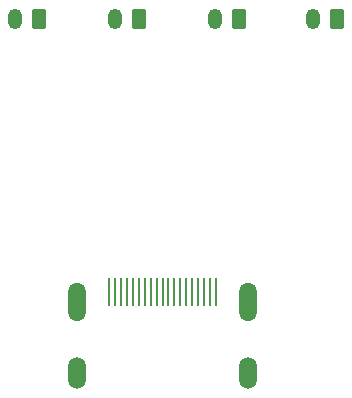
<source format=gbr>
%TF.GenerationSoftware,KiCad,Pcbnew,(6.0.6)*%
%TF.CreationDate,2022-06-22T15:59:21-06:00*%
%TF.ProjectId,21Pin_Fanout_Heater_&_Extra,32315069-6e5f-4466-916e-6f75745f4865,rev?*%
%TF.SameCoordinates,Original*%
%TF.FileFunction,Soldermask,Top*%
%TF.FilePolarity,Negative*%
%FSLAX46Y46*%
G04 Gerber Fmt 4.6, Leading zero omitted, Abs format (unit mm)*
G04 Created by KiCad (PCBNEW (6.0.6)) date 2022-06-22 15:59:21*
%MOMM*%
%LPD*%
G01*
G04 APERTURE LIST*
G04 Aperture macros list*
%AMRoundRect*
0 Rectangle with rounded corners*
0 $1 Rounding radius*
0 $2 $3 $4 $5 $6 $7 $8 $9 X,Y pos of 4 corners*
0 Add a 4 corners polygon primitive as box body*
4,1,4,$2,$3,$4,$5,$6,$7,$8,$9,$2,$3,0*
0 Add four circle primitives for the rounded corners*
1,1,$1+$1,$2,$3*
1,1,$1+$1,$4,$5*
1,1,$1+$1,$6,$7*
1,1,$1+$1,$8,$9*
0 Add four rect primitives between the rounded corners*
20,1,$1+$1,$2,$3,$4,$5,0*
20,1,$1+$1,$4,$5,$6,$7,0*
20,1,$1+$1,$6,$7,$8,$9,0*
20,1,$1+$1,$8,$9,$2,$3,0*%
G04 Aperture macros list end*
%ADD10RoundRect,0.250000X0.350000X0.625000X-0.350000X0.625000X-0.350000X-0.625000X0.350000X-0.625000X0*%
%ADD11O,1.200000X1.750000*%
%ADD12O,0.250000X2.400000*%
%ADD13O,1.500000X2.700000*%
%ADD14O,1.500000X3.300000*%
G04 APERTURE END LIST*
D10*
%TO.C,J3*%
X-10450000Y26500000D03*
D11*
X-12450000Y26500000D03*
%TD*%
D10*
%TO.C,J2*%
X-2000000Y26500000D03*
D11*
X-4000000Y26500000D03*
%TD*%
D10*
%TO.C,J4*%
X14750000Y26500000D03*
D11*
X12750000Y26500000D03*
%TD*%
D10*
%TO.C,J5*%
X6450000Y26500000D03*
D11*
X4450000Y26500000D03*
%TD*%
D12*
%TO.C,J1*%
X4501000Y3396000D03*
X4001000Y3396000D03*
X3501000Y3396000D03*
X3001000Y3396000D03*
X2500000Y3396000D03*
X2000000Y3396000D03*
X1500000Y3396000D03*
X1000000Y3396000D03*
X500000Y3396000D03*
X0Y3396000D03*
X-500000Y3396000D03*
X-1000000Y3396000D03*
X-1500000Y3396000D03*
X-2000000Y3396000D03*
X-2500000Y3396000D03*
X-3001000Y3396000D03*
X-3501000Y3396000D03*
X-4001000Y3396000D03*
X-4501000Y3396000D03*
D13*
X7250000Y-3396000D03*
X-7250000Y-3396000D03*
D14*
X7250000Y2564000D03*
X-7250000Y2564000D03*
%TD*%
M02*

</source>
